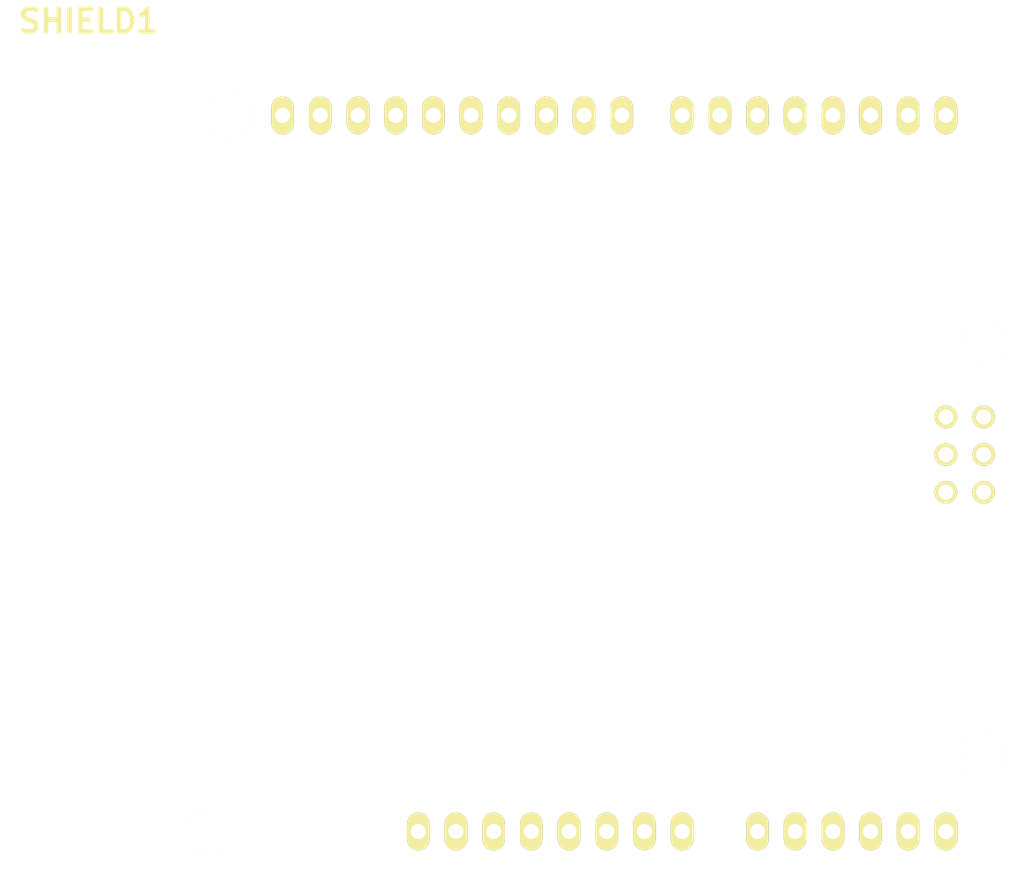
<source format=kicad_pcb>
(kicad_pcb (version 4) (host pcbnew 4.0.6)

  (general
    (links 0)
    (no_connects 0)
    (area 146.849673 46.4344 217.471601 105.4536)
    (thickness 1.6)
    (drawings 0)
    (tracks 0)
    (zones 0)
    (modules 1)
    (nets 39)
  )

  (page A4)
  (layers
    (0 F.Cu signal)
    (31 B.Cu signal)
    (32 B.Adhes user)
    (33 F.Adhes user)
    (34 B.Paste user)
    (35 F.Paste user)
    (36 B.SilkS user)
    (37 F.SilkS user)
    (38 B.Mask user)
    (39 F.Mask user)
    (40 Dwgs.User user)
    (41 Cmts.User user)
    (42 Eco1.User user)
    (43 Eco2.User user)
    (44 Edge.Cuts user)
    (45 Margin user)
    (46 B.CrtYd user)
    (47 F.CrtYd user)
    (48 B.Fab user)
    (49 F.Fab user)
  )

  (setup
    (last_trace_width 0.25)
    (trace_clearance 0.2)
    (zone_clearance 0.508)
    (zone_45_only no)
    (trace_min 0.2)
    (segment_width 0.2)
    (edge_width 0.15)
    (via_size 0.6)
    (via_drill 0.4)
    (via_min_size 0.4)
    (via_min_drill 0.3)
    (uvia_size 0.3)
    (uvia_drill 0.1)
    (uvias_allowed no)
    (uvia_min_size 0.2)
    (uvia_min_drill 0.1)
    (pcb_text_width 0.3)
    (pcb_text_size 1.5 1.5)
    (mod_edge_width 0.15)
    (mod_text_size 1 1)
    (mod_text_width 0.15)
    (pad_size 1.524 1.524)
    (pad_drill 0.762)
    (pad_to_mask_clearance 0.2)
    (aux_axis_origin 0 0)
    (visible_elements FFFFFF7F)
    (pcbplotparams
      (layerselection 0x00030_80000001)
      (usegerberextensions false)
      (excludeedgelayer true)
      (linewidth 0.100000)
      (plotframeref false)
      (viasonmask false)
      (mode 1)
      (useauxorigin false)
      (hpglpennumber 1)
      (hpglpenspeed 20)
      (hpglpendiameter 15)
      (hpglpenoverlay 2)
      (psnegative false)
      (psa4output false)
      (plotreference true)
      (plotvalue true)
      (plotinvisibletext false)
      (padsonsilk false)
      (subtractmaskfromsilk false)
      (outputformat 1)
      (mirror false)
      (drillshape 1)
      (scaleselection 1)
      (outputdirectory ""))
  )

  (net 0 "")
  (net 1 "Net-(SHIELD1-PadAD5)")
  (net 2 "Net-(SHIELD1-PadAD4)")
  (net 3 "Net-(SHIELD1-PadAD3)")
  (net 4 "Net-(SHIELD1-PadAD0)")
  (net 5 "Net-(SHIELD1-PadAD1)")
  (net 6 "Net-(SHIELD1-PadAD2)")
  (net 7 "Net-(SHIELD1-PadV_IN)")
  (net 8 "Net-(SHIELD1-PadGND2)")
  (net 9 "Net-(SHIELD1-PadGND1)")
  (net 10 "Net-(SHIELD1-Pad3V3)")
  (net 11 "Net-(SHIELD1-PadRST)")
  (net 12 "Net-(SHIELD1-Pad0)")
  (net 13 "Net-(SHIELD1-Pad1)")
  (net 14 "Net-(SHIELD1-Pad2)")
  (net 15 "Net-(SHIELD1-Pad3)")
  (net 16 "Net-(SHIELD1-Pad4)")
  (net 17 "Net-(SHIELD1-Pad5)")
  (net 18 "Net-(SHIELD1-Pad6)")
  (net 19 "Net-(SHIELD1-Pad7)")
  (net 20 "Net-(SHIELD1-Pad8)")
  (net 21 "Net-(SHIELD1-Pad9)")
  (net 22 "Net-(SHIELD1-Pad10)")
  (net 23 "Net-(SHIELD1-Pad11)")
  (net 24 "Net-(SHIELD1-Pad12)")
  (net 25 "Net-(SHIELD1-Pad13)")
  (net 26 "Net-(SHIELD1-PadGND3)")
  (net 27 "Net-(SHIELD1-PadAREF)")
  (net 28 "Net-(SHIELD1-Pad5V)")
  (net 29 "Net-(SHIELD1-PadSDA)")
  (net 30 "Net-(SHIELD1-PadSCL)")
  (net 31 "Net-(SHIELD1-PadIO_R)")
  (net 32 "Net-(SHIELD1-PadNC)")
  (net 33 "Net-(SHIELD1-PadSP1)")
  (net 34 "Net-(SHIELD1-PadSP2)")
  (net 35 "Net-(SHIELD1-PadSP3)")
  (net 36 "Net-(SHIELD1-PadSP4)")
  (net 37 "Net-(SHIELD1-PadSP5)")
  (net 38 "Net-(SHIELD1-PadSP6)")

  (net_class Default "This is the default net class."
    (clearance 0.2)
    (trace_width 0.25)
    (via_dia 0.6)
    (via_drill 0.4)
    (uvia_dia 0.3)
    (uvia_drill 0.1)
    (add_net "Net-(SHIELD1-Pad0)")
    (add_net "Net-(SHIELD1-Pad1)")
    (add_net "Net-(SHIELD1-Pad10)")
    (add_net "Net-(SHIELD1-Pad11)")
    (add_net "Net-(SHIELD1-Pad12)")
    (add_net "Net-(SHIELD1-Pad13)")
    (add_net "Net-(SHIELD1-Pad2)")
    (add_net "Net-(SHIELD1-Pad3)")
    (add_net "Net-(SHIELD1-Pad3V3)")
    (add_net "Net-(SHIELD1-Pad4)")
    (add_net "Net-(SHIELD1-Pad5)")
    (add_net "Net-(SHIELD1-Pad5V)")
    (add_net "Net-(SHIELD1-Pad6)")
    (add_net "Net-(SHIELD1-Pad7)")
    (add_net "Net-(SHIELD1-Pad8)")
    (add_net "Net-(SHIELD1-Pad9)")
    (add_net "Net-(SHIELD1-PadAD0)")
    (add_net "Net-(SHIELD1-PadAD1)")
    (add_net "Net-(SHIELD1-PadAD2)")
    (add_net "Net-(SHIELD1-PadAD3)")
    (add_net "Net-(SHIELD1-PadAD4)")
    (add_net "Net-(SHIELD1-PadAD5)")
    (add_net "Net-(SHIELD1-PadAREF)")
    (add_net "Net-(SHIELD1-PadGND1)")
    (add_net "Net-(SHIELD1-PadGND2)")
    (add_net "Net-(SHIELD1-PadGND3)")
    (add_net "Net-(SHIELD1-PadIO_R)")
    (add_net "Net-(SHIELD1-PadNC)")
    (add_net "Net-(SHIELD1-PadRST)")
    (add_net "Net-(SHIELD1-PadSCL)")
    (add_net "Net-(SHIELD1-PadSDA)")
    (add_net "Net-(SHIELD1-PadSP1)")
    (add_net "Net-(SHIELD1-PadSP2)")
    (add_net "Net-(SHIELD1-PadSP3)")
    (add_net "Net-(SHIELD1-PadSP4)")
    (add_net "Net-(SHIELD1-PadSP5)")
    (add_net "Net-(SHIELD1-PadSP6)")
    (add_net "Net-(SHIELD1-PadV_IN)")
  )

  (module FT:ARDUINO_SHIELD (layer F.Cu) (tedit 0) (tstamp 594A549B)
    (at 148.5011 105.0036)
    (descr http://www.thingiverse.com/thing:9630)
    (path /594A541D)
    (fp_text reference SHIELD1 (at 5.715 -57.15) (layer F.SilkS)
      (effects (font (thickness 0.3048)))
    )
    (fp_text value ARDUINO_FOOTPRINT (at 10.16 -54.61) (layer F.SilkS) hide
      (effects (font (thickness 0.3048)))
    )
    (fp_line (start 66.04 -40.64) (end 66.04 -52.07) (layer Cmts.User) (width 0.381))
    (fp_line (start 66.04 -52.07) (end 64.77 -53.34) (layer Cmts.User) (width 0.381))
    (fp_line (start 64.77 -53.34) (end 0 -53.34) (layer Cmts.User) (width 0.381))
    (fp_line (start 66.04 0) (end 0 0) (layer Cmts.User) (width 0.381))
    (fp_line (start 0 0) (end 0 -53.34) (layer Cmts.User) (width 0.381))
    (fp_line (start 66.04 -40.64) (end 68.58 -38.1) (layer Cmts.User) (width 0.381))
    (fp_line (start 68.58 -38.1) (end 68.58 -5.08) (layer Cmts.User) (width 0.381))
    (fp_line (start 68.58 -5.08) (end 66.04 -2.54) (layer Cmts.User) (width 0.381))
    (fp_line (start 66.04 -2.54) (end 66.04 0) (layer Cmts.User) (width 0.381))
    (pad AD5 thru_hole oval (at 63.5 -2.54 90) (size 2.54 1.524) (drill 1.016) (layers *.Cu *.Mask F.SilkS)
      (net 1 "Net-(SHIELD1-PadAD5)"))
    (pad AD4 thru_hole oval (at 60.96 -2.54 90) (size 2.54 1.524) (drill 1.016) (layers *.Cu *.Mask F.SilkS)
      (net 2 "Net-(SHIELD1-PadAD4)"))
    (pad AD3 thru_hole oval (at 58.42 -2.54 90) (size 2.54 1.524) (drill 1.016) (layers *.Cu *.Mask F.SilkS)
      (net 3 "Net-(SHIELD1-PadAD3)"))
    (pad AD0 thru_hole oval (at 50.8 -2.54 90) (size 2.54 1.524) (drill 1.016) (layers *.Cu *.Mask F.SilkS)
      (net 4 "Net-(SHIELD1-PadAD0)"))
    (pad AD1 thru_hole oval (at 53.34 -2.54 90) (size 2.54 1.524) (drill 1.016) (layers *.Cu *.Mask F.SilkS)
      (net 5 "Net-(SHIELD1-PadAD1)"))
    (pad AD2 thru_hole oval (at 55.88 -2.54 90) (size 2.54 1.524) (drill 1.016) (layers *.Cu *.Mask F.SilkS)
      (net 6 "Net-(SHIELD1-PadAD2)"))
    (pad V_IN thru_hole oval (at 45.72 -2.54 90) (size 2.54 1.524) (drill 1.016) (layers *.Cu *.Mask F.SilkS)
      (net 7 "Net-(SHIELD1-PadV_IN)"))
    (pad GND2 thru_hole oval (at 43.18 -2.54 90) (size 2.54 1.524) (drill 1.016) (layers *.Cu *.Mask F.SilkS)
      (net 8 "Net-(SHIELD1-PadGND2)"))
    (pad GND1 thru_hole oval (at 40.64 -2.54 90) (size 2.54 1.524) (drill 1.016) (layers *.Cu *.Mask F.SilkS)
      (net 9 "Net-(SHIELD1-PadGND1)"))
    (pad 3V3 thru_hole oval (at 35.56 -2.54 90) (size 2.54 1.524) (drill 1.016) (layers *.Cu *.Mask F.SilkS)
      (net 10 "Net-(SHIELD1-Pad3V3)"))
    (pad RST thru_hole oval (at 33.02 -2.54 90) (size 2.54 1.524) (drill 1.016) (layers *.Cu *.Mask F.SilkS)
      (net 11 "Net-(SHIELD1-PadRST)"))
    (pad 0 thru_hole oval (at 63.5 -50.8 90) (size 2.54 1.524) (drill 1.016) (layers *.Cu *.Mask F.SilkS)
      (net 12 "Net-(SHIELD1-Pad0)"))
    (pad 1 thru_hole oval (at 60.96 -50.8 90) (size 2.54 1.524) (drill 1.016) (layers *.Cu *.Mask F.SilkS)
      (net 13 "Net-(SHIELD1-Pad1)"))
    (pad 2 thru_hole oval (at 58.42 -50.8 90) (size 2.54 1.524) (drill 1.016) (layers *.Cu *.Mask F.SilkS)
      (net 14 "Net-(SHIELD1-Pad2)"))
    (pad 3 thru_hole oval (at 55.88 -50.8 90) (size 2.54 1.524) (drill 1.016) (layers *.Cu *.Mask F.SilkS)
      (net 15 "Net-(SHIELD1-Pad3)"))
    (pad 4 thru_hole oval (at 53.34 -50.8 90) (size 2.54 1.524) (drill 1.016) (layers *.Cu *.Mask F.SilkS)
      (net 16 "Net-(SHIELD1-Pad4)"))
    (pad 5 thru_hole oval (at 50.8 -50.8 90) (size 2.54 1.524) (drill 1.016) (layers *.Cu *.Mask F.SilkS)
      (net 17 "Net-(SHIELD1-Pad5)"))
    (pad 6 thru_hole oval (at 48.26 -50.8 90) (size 2.54 1.524) (drill 1.016) (layers *.Cu *.Mask F.SilkS)
      (net 18 "Net-(SHIELD1-Pad6)"))
    (pad 7 thru_hole oval (at 45.72 -50.8 90) (size 2.54 1.524) (drill 1.016) (layers *.Cu *.Mask F.SilkS)
      (net 19 "Net-(SHIELD1-Pad7)"))
    (pad 8 thru_hole oval (at 41.656 -50.8 90) (size 2.54 1.524) (drill 1.016) (layers *.Cu *.Mask F.SilkS)
      (net 20 "Net-(SHIELD1-Pad8)"))
    (pad 9 thru_hole oval (at 39.116 -50.8 90) (size 2.54 1.524) (drill 1.016) (layers *.Cu *.Mask F.SilkS)
      (net 21 "Net-(SHIELD1-Pad9)"))
    (pad 10 thru_hole oval (at 36.576 -50.8 90) (size 2.54 1.524) (drill 1.016) (layers *.Cu *.Mask F.SilkS)
      (net 22 "Net-(SHIELD1-Pad10)"))
    (pad 11 thru_hole oval (at 34.036 -50.8 90) (size 2.54 1.524) (drill 1.016) (layers *.Cu *.Mask F.SilkS)
      (net 23 "Net-(SHIELD1-Pad11)"))
    (pad 12 thru_hole oval (at 31.496 -50.8 90) (size 2.54 1.524) (drill 1.016) (layers *.Cu *.Mask F.SilkS)
      (net 24 "Net-(SHIELD1-Pad12)"))
    (pad 13 thru_hole oval (at 28.956 -50.8 90) (size 2.54 1.524) (drill 1.016) (layers *.Cu *.Mask F.SilkS)
      (net 25 "Net-(SHIELD1-Pad13)"))
    (pad GND3 thru_hole oval (at 26.416 -50.8 90) (size 2.54 1.524) (drill 1.016) (layers *.Cu *.Mask F.SilkS)
      (net 26 "Net-(SHIELD1-PadGND3)"))
    (pad AREF thru_hole oval (at 23.876 -50.8 90) (size 2.54 1.524) (drill 1.016) (layers *.Cu *.Mask F.SilkS)
      (net 27 "Net-(SHIELD1-PadAREF)"))
    (pad 5V thru_hole oval (at 38.1 -2.54 90) (size 2.54 1.524) (drill 1.016) (layers *.Cu *.Mask F.SilkS)
      (net 28 "Net-(SHIELD1-Pad5V)"))
    (pad "" np_thru_hole circle (at 66.04 -7.62 90) (size 3.175 3.175) (drill 3.175) (layers *.Cu *.Mask F.SilkS))
    (pad "" np_thru_hole circle (at 66.04 -35.56 90) (size 3.175 3.175) (drill 3.175) (layers *.Cu *.Mask F.SilkS))
    (pad "" np_thru_hole circle (at 15.24 -50.8 90) (size 3.175 3.175) (drill 3.175) (layers *.Cu *.Mask F.SilkS))
    (pad "" np_thru_hole circle (at 13.97 -2.54 90) (size 3.175 3.175) (drill 3.175) (layers *.Cu *.Mask F.SilkS))
    (pad SDA thru_hole oval (at 21.336 -50.8 90) (size 2.54 1.524) (drill 1.016) (layers *.Cu *.Mask F.SilkS)
      (net 29 "Net-(SHIELD1-PadSDA)"))
    (pad SCL thru_hole oval (at 18.796 -50.8 90) (size 2.54 1.524) (drill 1.016) (layers *.Cu *.Mask F.SilkS)
      (net 30 "Net-(SHIELD1-PadSCL)"))
    (pad IO_R thru_hole oval (at 30.48 -2.54 90) (size 2.54 1.524) (drill 1.016) (layers *.Cu *.Mask F.SilkS)
      (net 31 "Net-(SHIELD1-PadIO_R)"))
    (pad NC thru_hole oval (at 27.94 -2.54 90) (size 2.54 1.524) (drill 1.016) (layers *.Cu *.Mask F.SilkS)
      (net 32 "Net-(SHIELD1-PadNC)"))
    (pad SP1 thru_hole circle (at 63.5 -30.48 90) (size 1.524 1.524) (drill 1.016) (layers *.Cu *.Mask F.SilkS)
      (net 33 "Net-(SHIELD1-PadSP1)"))
    (pad SP2 thru_hole circle (at 66.04 -30.48 90) (size 1.524 1.524) (drill 1.016) (layers *.Cu *.Mask F.SilkS)
      (net 34 "Net-(SHIELD1-PadSP2)"))
    (pad SP3 thru_hole circle (at 63.5 -27.94 90) (size 1.524 1.524) (drill 1.016) (layers *.Cu *.Mask F.SilkS)
      (net 35 "Net-(SHIELD1-PadSP3)"))
    (pad SP4 thru_hole circle (at 66.04 -27.94 90) (size 1.524 1.524) (drill 1.016) (layers *.Cu *.Mask F.SilkS)
      (net 36 "Net-(SHIELD1-PadSP4)"))
    (pad SP5 thru_hole circle (at 63.5 -25.4 90) (size 1.524 1.524) (drill 1.016) (layers *.Cu *.Mask F.SilkS)
      (net 37 "Net-(SHIELD1-PadSP5)"))
    (pad SP6 thru_hole circle (at 66.04 -25.4 90) (size 1.524 1.524) (drill 1.016) (layers *.Cu *.Mask F.SilkS)
      (net 38 "Net-(SHIELD1-PadSP6)"))
  )

)

</source>
